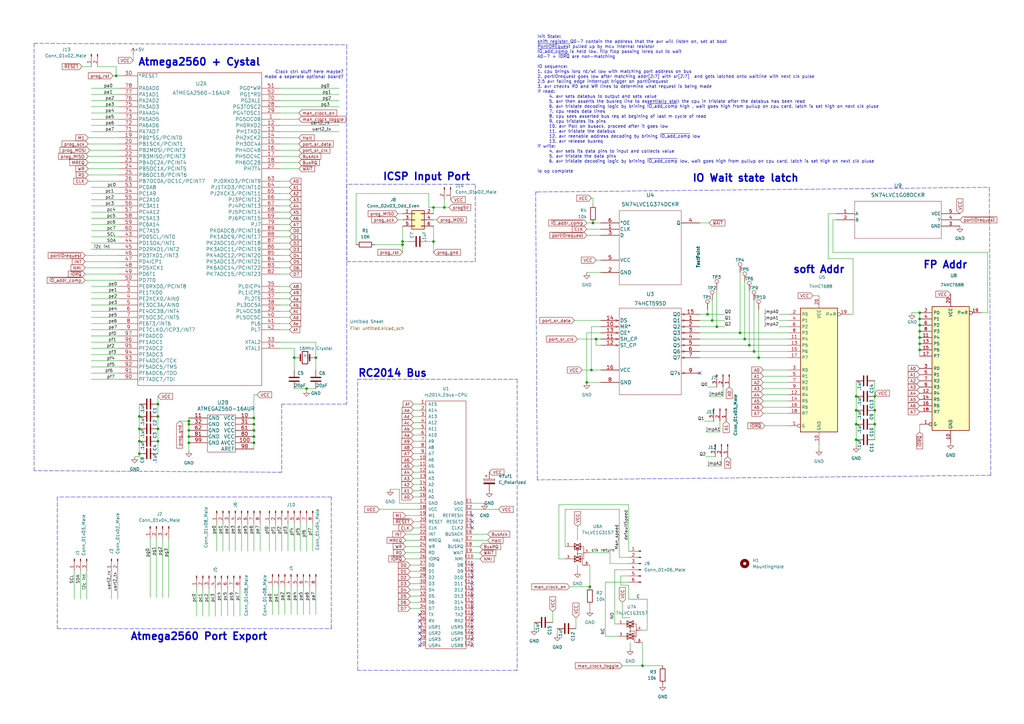
<source format=kicad_sch>
(kicad_sch (version 20211123) (generator eeschema)
  (paper "A3")
  (junction (at 377.19 130.81))
  (junction (at 351.155 180.34))
  (junction (at 177.8 99.06))
  (junction (at 242.57 151.765))
  (junction (at 377.19 138.43))
  (junction (at 305.435 139.065))
  (junction (at 377.19 128.27))
  (junction (at 47.625 31.115))
  (junction (at 165.1 99.06))
  (junction (at 303.53 136.525))
  (junction (at 241.935 240.665))
  (junction (at 290.195 128.905))
  (junction (at 77.47 172.72))
  (junction (at 77.47 176.53))
  (junction (at 177.8 85.09))
  (junction (at 77.47 173.99))
  (junction (at 351.155 173.99))
  (junction (at 57.15 170.815))
  (junction (at 377.19 140.97))
  (junction (at 64.77 175.895))
  (junction (at 64.77 165.735))
  (junction (at 104.14 181.61))
  (junction (at 294.005 133.985))
  (junction (at 243.205 91.44))
  (junction (at 120.65 146.685))
  (junction (at 104.14 179.07))
  (junction (at 64.77 170.815))
  (junction (at 57.15 186.055))
  (junction (at 351.155 168.275))
  (junction (at 64.77 180.975))
  (junction (at 77.47 179.07))
  (junction (at 165.1 100.33))
  (junction (at 77.47 181.61))
  (junction (at 263.525 273.05))
  (junction (at 129.54 146.685))
  (junction (at 358.775 168.275))
  (junction (at 358.775 173.99))
  (junction (at 351.155 162.56))
  (junction (at 377.19 133.35))
  (junction (at 57.15 175.895))
  (junction (at 240.665 156.845))
  (junction (at 104.14 171.45))
  (junction (at 104.14 173.99))
  (junction (at 244.475 139.065))
  (junction (at 307.34 141.605))
  (junction (at 292.1 131.445))
  (junction (at 377.19 143.51))
  (junction (at 57.15 180.975))
  (junction (at 125.73 159.385))
  (junction (at 104.14 176.53))
  (junction (at 182.245 85.09))
  (junction (at 377.19 135.89))
  (junction (at 311.15 146.685))
  (junction (at 358.775 162.56))
  (junction (at 309.245 144.145))
  (no_connect (at 193.675 247.015))
  (no_connect (at 193.675 239.395))
  (no_connect (at 193.675 241.935))
  (no_connect (at 172.085 257.175))
  (no_connect (at 172.085 262.255))
  (no_connect (at 193.675 264.795))
  (no_connect (at 193.675 259.715))
  (no_connect (at 193.675 257.175))
  (no_connect (at 193.675 252.095))
  (no_connect (at 172.085 254.635))
  (no_connect (at 193.675 249.555))
  (no_connect (at 193.675 216.535))
  (no_connect (at 193.675 254.635))
  (no_connect (at 193.675 231.775))
  (no_connect (at 193.675 213.995))
  (no_connect (at 172.085 259.715))
  (no_connect (at 193.675 234.315))
  (no_connect (at 287.02 153.035))
  (no_connect (at 193.675 236.855))
  (no_connect (at 193.675 262.255))
  (no_connect (at 193.675 244.475))
  (no_connect (at 193.675 211.455))
  (no_connect (at 172.085 252.095))
  (no_connect (at 172.085 264.795))
  (wire (pts (xy 106.68 226.06) (xy 106.68 214.63)))
  (wire (pts (xy 77.47 181.61) (xy 77.47 184.785)))
  (wire (pts (xy 118.745 109.855) (xy 114.935 109.855)))
  (wire (pts (xy 402.59 128.27) (xy 405.13 128.27)))
  (wire (pts (xy 64.77 180.975) (xy 64.77 186.055)))
  (wire (pts (xy 54.61 22.225) (xy 54.61 24.765)))
  (wire (pts (xy 36.195 56.515) (xy 48.895 56.515)))
  (wire (pts (xy 37.465 46.355) (xy 48.895 46.355)))
  (wire (pts (xy 37.465 150.495) (xy 48.895 150.495)))
  (wire (pts (xy 377.19 177.165) (xy 377.19 173.99)))
  (wire (pts (xy 255.27 253.365) (xy 258.445 253.365)))
  (wire (pts (xy 287.02 139.065) (xy 305.435 139.065)))
  (wire (pts (xy 64.77 175.895) (xy 64.77 180.975)))
  (wire (pts (xy 244.475 141.605) (xy 244.475 139.065)))
  (wire (pts (xy 114.3 252.095) (xy 114.3 240.665)))
  (wire (pts (xy 250.19 226.695) (xy 250.19 231.14)))
  (wire (pts (xy 257.81 226.06) (xy 257.81 207.01)))
  (wire (pts (xy 358.775 168.275) (xy 358.775 173.99)))
  (wire (pts (xy 169.545 196.215) (xy 172.085 196.215)))
  (wire (pts (xy 118.745 86.995) (xy 114.935 86.995)))
  (wire (pts (xy 351.155 168.275) (xy 351.155 173.99)))
  (wire (pts (xy 114.935 53.975) (xy 139.065 53.975)))
  (wire (pts (xy 313.055 151.765) (xy 323.215 151.765)))
  (wire (pts (xy 236.22 253.365) (xy 236.22 257.81)))
  (wire (pts (xy 36.195 74.295) (xy 48.895 74.295)))
  (wire (pts (xy 169.545 191.135) (xy 172.085 191.135)))
  (wire (pts (xy 37.465 94.615) (xy 48.895 94.615)))
  (wire (pts (xy 287.02 144.145) (xy 309.245 144.145)))
  (wire (pts (xy 313.055 167.005) (xy 323.215 167.005)))
  (wire (pts (xy 55.245 187.325) (xy 57.15 187.325)))
  (wire (pts (xy 30.48 245.745) (xy 30.48 234.315)))
  (wire (pts (xy 77.47 171.45) (xy 77.47 172.72)))
  (wire (pts (xy 37.465 48.895) (xy 48.895 48.895)))
  (wire (pts (xy 254.635 236.22) (xy 257.81 236.22)))
  (wire (pts (xy 257.81 207.01) (xy 229.235 207.01)))
  (wire (pts (xy 236.855 234.315) (xy 236.855 231.775)))
  (wire (pts (xy 226.695 250.825) (xy 226.695 255.27)))
  (wire (pts (xy 169.545 193.675) (xy 172.085 193.675)))
  (wire (pts (xy 46.355 31.115) (xy 47.625 31.115)))
  (polyline (pts (xy 115.57 165.735) (xy 115.57 193.675)))
  (wire (pts (xy 196.85 229.235) (xy 193.675 229.235)))
  (wire (pts (xy 125.73 226.06) (xy 125.73 214.63)))
  (wire (pts (xy 240.665 111.76) (xy 246.38 111.76)))
  (wire (pts (xy 69.215 245.11) (xy 69.215 220.98)))
  (wire (pts (xy 98.425 252.73) (xy 98.425 241.3)))
  (wire (pts (xy 122.555 59.055) (xy 114.935 59.055)))
  (wire (pts (xy 243.205 91.44) (xy 246.38 91.44)))
  (wire (pts (xy 37.465 125.095) (xy 48.895 125.095)))
  (wire (pts (xy 169.545 216.535) (xy 172.085 216.535)))
  (wire (pts (xy 85.725 252.73) (xy 85.725 241.3)))
  (wire (pts (xy 57.15 187.325) (xy 57.15 186.055)))
  (wire (pts (xy 37.465 142.875) (xy 48.895 142.875)))
  (wire (pts (xy 319.405 128.905) (xy 323.215 128.905)))
  (wire (pts (xy 295.91 187.325) (xy 295.91 191.135)))
  (wire (pts (xy 110.49 226.06) (xy 110.49 214.63)))
  (wire (pts (xy 287.02 91.44) (xy 290.83 91.44)))
  (wire (pts (xy 37.465 41.275) (xy 48.895 41.275)))
  (wire (pts (xy 101.6 226.06) (xy 101.6 214.63)))
  (wire (pts (xy 93.98 226.06) (xy 93.98 214.63)))
  (polyline (pts (xy 142.24 18.415) (xy 142.24 165.735)))
  (wire (pts (xy 120.65 159.385) (xy 125.73 159.385)))
  (wire (pts (xy 175.895 79.375) (xy 175.895 85.09)))
  (wire (pts (xy 289.56 187.325) (xy 293.37 187.325)))
  (wire (pts (xy 307.34 119.38) (xy 307.34 141.605)))
  (wire (pts (xy 168.275 236.855) (xy 172.085 236.855)))
  (wire (pts (xy 377.19 130.81) (xy 377.19 133.35)))
  (wire (pts (xy 163.195 87.63) (xy 165.1 87.63)))
  (wire (pts (xy 296.545 158.75) (xy 296.545 162.56)))
  (wire (pts (xy 313.055 159.385) (xy 323.215 159.385)))
  (wire (pts (xy 265.43 258.445) (xy 265.43 245.745)))
  (wire (pts (xy 114.935 36.195) (xy 139.065 36.195)))
  (wire (pts (xy 219.075 257.81) (xy 219.075 255.27)))
  (polyline (pts (xy 405.765 76.835) (xy 406.4 194.945)))
  (wire (pts (xy 104.14 226.06) (xy 104.14 214.63)))
  (wire (pts (xy 196.85 226.695) (xy 193.675 226.695)))
  (wire (pts (xy 163.195 90.17) (xy 165.1 90.17)))
  (wire (pts (xy 104.14 173.99) (xy 104.14 171.45)))
  (wire (pts (xy 290.195 128.905) (xy 297.18 128.905)))
  (wire (pts (xy 252.095 255.905) (xy 253.365 255.905)))
  (wire (pts (xy 37.465 36.195) (xy 48.895 36.195)))
  (wire (pts (xy 163.83 206.375) (xy 163.83 200.66)))
  (wire (pts (xy 90.805 252.73) (xy 90.805 241.3)))
  (wire (pts (xy 36.83 61.595) (xy 48.895 61.595)))
  (polyline (pts (xy 219.71 78.74) (xy 220.345 78.74)))
  (wire (pts (xy 37.465 43.815) (xy 48.895 43.815)))
  (wire (pts (xy 163.83 200.66) (xy 160.02 200.66)))
  (wire (pts (xy 47.625 31.115) (xy 48.895 31.115)))
  (wire (pts (xy 118.745 107.315) (xy 114.935 107.315)))
  (wire (pts (xy 169.545 203.835) (xy 172.085 203.835)))
  (wire (pts (xy 169.545 186.055) (xy 172.085 186.055)))
  (wire (pts (xy 250.19 231.14) (xy 257.81 231.14)))
  (wire (pts (xy 303.53 136.525) (xy 323.215 136.525)))
  (wire (pts (xy 118.745 112.395) (xy 114.935 112.395)))
  (wire (pts (xy 129.54 252.095) (xy 129.54 240.665)))
  (wire (pts (xy 146.05 79.375) (xy 175.895 79.375)))
  (wire (pts (xy 120.65 146.685) (xy 120.65 151.765)))
  (wire (pts (xy 351.155 180.34) (xy 351.155 182.88)))
  (wire (pts (xy 341.63 103.505) (xy 405.13 103.505)))
  (wire (pts (xy 319.405 131.445) (xy 323.215 131.445)))
  (wire (pts (xy 228.6 260.35) (xy 228.6 257.81)))
  (wire (pts (xy 77.47 173.99) (xy 77.47 176.53)))
  (wire (pts (xy 114.935 51.435) (xy 139.065 51.435)))
  (wire (pts (xy 313.055 154.305) (xy 323.215 154.305)))
  (wire (pts (xy 61.595 245.11) (xy 61.595 220.98)))
  (wire (pts (xy 37.465 120.015) (xy 48.895 120.015)))
  (wire (pts (xy 169.545 170.815) (xy 172.085 170.815)))
  (wire (pts (xy 125.73 159.385) (xy 129.54 159.385)))
  (wire (pts (xy 166.37 224.155) (xy 172.085 224.155)))
  (wire (pts (xy 114.935 41.275) (xy 139.065 41.275)))
  (wire (pts (xy 118.745 74.295) (xy 114.935 74.295)))
  (polyline (pts (xy 146.685 274.955) (xy 146.685 155.575)))
  (wire (pts (xy 182.245 81.915) (xy 182.245 85.09)))
  (wire (pts (xy 104.14 179.07) (xy 104.14 176.53)))
  (wire (pts (xy 166.37 229.235) (xy 172.085 229.235)))
  (wire (pts (xy 118.745 89.535) (xy 114.935 89.535)))
  (wire (pts (xy 244.475 106.68) (xy 246.38 106.68)))
  (wire (pts (xy 311.15 127) (xy 311.15 146.685)))
  (wire (pts (xy 265.43 245.745) (xy 257.81 245.745)))
  (wire (pts (xy 166.37 221.615) (xy 172.085 221.615)))
  (wire (pts (xy 34.925 104.775) (xy 48.895 104.775)))
  (wire (pts (xy 118.745 135.255) (xy 114.935 135.255)))
  (wire (pts (xy 341.63 90.17) (xy 342.9 90.17)))
  (wire (pts (xy 240.665 136.525) (xy 240.665 156.845)))
  (wire (pts (xy 287.02 131.445) (xy 292.1 131.445)))
  (wire (pts (xy 146.05 100.33) (xy 146.05 79.375)))
  (wire (pts (xy 37.465 147.955) (xy 48.895 147.955)))
  (wire (pts (xy 118.745 76.835) (xy 114.935 76.835)))
  (wire (pts (xy 48.26 234.315) (xy 48.26 245.745)))
  (wire (pts (xy 288.925 172.72) (xy 292.735 172.72)))
  (polyline (pts (xy 23.495 257.81) (xy 135.89 257.81)))
  (wire (pts (xy 37.465 92.075) (xy 48.895 92.075)))
  (wire (pts (xy 118.745 117.475) (xy 114.935 117.475)))
  (wire (pts (xy 177.8 85.09) (xy 182.245 85.09)))
  (wire (pts (xy 290.195 191.135) (xy 295.91 191.135)))
  (wire (pts (xy 80.645 252.73) (xy 80.645 241.3)))
  (wire (pts (xy 246.38 141.605) (xy 244.475 141.605)))
  (polyline (pts (xy 135.89 257.81) (xy 135.89 203.835)))
  (wire (pts (xy 122.555 64.135) (xy 114.935 64.135)))
  (wire (pts (xy 37.465 135.255) (xy 48.895 135.255)))
  (wire (pts (xy 335.915 184.15) (xy 335.915 182.245)))
  (wire (pts (xy 155.575 208.915) (xy 172.085 208.915)))
  (wire (pts (xy 121.92 252.095) (xy 121.92 240.665)))
  (wire (pts (xy 77.47 172.72) (xy 77.47 173.99)))
  (wire (pts (xy 348.615 128.905) (xy 349.885 128.905)))
  (wire (pts (xy 33.655 27.305) (xy 37.465 27.305)))
  (wire (pts (xy 36.195 59.055) (xy 48.895 59.055)))
  (wire (pts (xy 66.675 245.11) (xy 66.675 220.98)))
  (wire (pts (xy 177.8 99.06) (xy 177.8 92.71)))
  (wire (pts (xy 77.47 179.07) (xy 77.47 181.61)))
  (wire (pts (xy 254.635 240.03) (xy 254.635 236.22)))
  (wire (pts (xy 166.37 211.455) (xy 172.085 211.455)))
  (wire (pts (xy 37.465 153.035) (xy 48.895 153.035)))
  (wire (pts (xy 37.465 53.975) (xy 48.895 53.975)))
  (polyline (pts (xy 135.89 203.835) (xy 23.495 203.835)))
  (wire (pts (xy 358.775 156.21) (xy 358.775 162.56)))
  (wire (pts (xy 287.02 133.985) (xy 294.005 133.985)))
  (wire (pts (xy 242.57 133.985) (xy 242.57 151.765)))
  (wire (pts (xy 193.675 208.915) (xy 204.47 208.915)))
  (wire (pts (xy 118.745 97.155) (xy 114.935 97.155)))
  (wire (pts (xy 37.465 117.475) (xy 48.895 117.475)))
  (wire (pts (xy 229.235 229.235) (xy 231.775 229.235)))
  (wire (pts (xy 37.465 51.435) (xy 48.895 51.435)))
  (wire (pts (xy 40.005 27.305) (xy 47.625 27.305)))
  (wire (pts (xy 37.465 127.635) (xy 48.895 127.635)))
  (wire (pts (xy 129.54 146.685) (xy 129.54 151.765)))
  (wire (pts (xy 104.14 161.925) (xy 104.14 171.45)))
  (wire (pts (xy 313.055 156.845) (xy 323.215 156.845)))
  (wire (pts (xy 166.37 219.075) (xy 172.085 219.075)))
  (wire (pts (xy 196.85 224.155) (xy 193.675 224.155)))
  (wire (pts (xy 165.1 99.06) (xy 165.1 92.71)))
  (wire (pts (xy 200.025 219.075) (xy 193.675 219.075)))
  (wire (pts (xy 182.245 85.09) (xy 184.15 85.09)))
  (wire (pts (xy 73.66 172.72) (xy 77.47 172.72)))
  (wire (pts (xy 128.27 226.06) (xy 128.27 214.63)))
  (wire (pts (xy 377.19 133.35) (xy 377.19 135.89)))
  (wire (pts (xy 166.37 226.695) (xy 172.085 226.695)))
  (wire (pts (xy 243.205 83.82) (xy 243.205 81.28)))
  (wire (pts (xy 169.545 201.295) (xy 172.085 201.295)))
  (polyline (pts (xy 220.345 196.85) (xy 219.71 78.74)))
  (wire (pts (xy 122.555 46.355) (xy 114.935 46.355)))
  (wire (pts (xy 118.745 127.635) (xy 114.935 127.635)))
  (wire (pts (xy 37.465 132.715) (xy 48.895 132.715)))
  (wire (pts (xy 36.195 71.755) (xy 48.895 71.755)))
  (wire (pts (xy 120.65 142.875) (xy 120.65 146.685)))
  (wire (pts (xy 287.02 136.525) (xy 303.53 136.525)))
  (wire (pts (xy 303.53 111.76) (xy 303.53 136.525)))
  (wire (pts (xy 169.545 173.355) (xy 172.085 173.355)))
  (wire (pts (xy 255.27 247.015) (xy 255.27 253.365)))
  (wire (pts (xy 123.19 226.06) (xy 123.19 214.63)))
  (wire (pts (xy 240.665 96.52) (xy 246.38 96.52)))
  (wire (pts (xy 114.935 48.895) (xy 122.555 48.895)))
  (wire (pts (xy 358.775 173.99) (xy 358.775 180.34)))
  (wire (pts (xy 118.745 79.375) (xy 114.935 79.375)))
  (wire (pts (xy 319.405 133.985) (xy 323.215 133.985)))
  (polyline (pts (xy 146.685 155.575) (xy 156.21 155.575)))
  (wire (pts (xy 231.775 208.915) (xy 231.775 224.155)))
  (wire (pts (xy 287.02 128.905) (xy 290.195 128.905)))
  (wire (pts (xy 120.65 146.685) (xy 121.285 146.685)))
  (wire (pts (xy 83.185 252.73) (xy 83.185 241.3)))
  (wire (pts (xy 34.925 114.935) (xy 48.895 114.935)))
  (wire (pts (xy 240.665 93.98) (xy 246.38 93.98)))
  (wire (pts (xy 313.055 164.465) (xy 323.215 164.465)))
  (polyline (pts (xy 212.09 155.575) (xy 212.09 274.955)))
  (wire (pts (xy 165.1 99.06) (xy 165.1 100.33)))
  (wire (pts (xy 248.285 238.76) (xy 248.285 260.985)))
  (wire (pts (xy 165.1 100.33) (xy 165.1 103.505)))
  (wire (pts (xy 240.665 156.845) (xy 246.38 156.845)))
  (wire (pts (xy 118.745 92.075) (xy 114.935 92.075)))
  (wire (pts (xy 175.895 85.09) (xy 177.8 85.09)))
  (wire (pts (xy 114.935 140.335) (xy 129.54 140.335)))
  (wire (pts (xy 292.1 123.19) (xy 292.1 131.445)))
  (wire (pts (xy 114.935 38.735) (xy 139.065 38.735)))
  (wire (pts (xy 124.46 252.095) (xy 124.46 240.665)))
  (wire (pts (xy 45.72 234.315) (xy 45.72 245.745)))
  (wire (pts (xy 48.895 102.235) (xy 37.465 102.235)))
  (wire (pts (xy 34.925 109.855) (xy 48.895 109.855)))
  (wire (pts (xy 169.545 183.515) (xy 172.085 183.515)))
  (wire (pts (xy 235.585 131.445) (xy 246.38 131.445)))
  (wire (pts (xy 104.14 161.925) (xy 105.41 161.925)))
  (polyline (pts (xy 142.24 165.735) (xy 115.57 165.735)))
  (wire (pts (xy 118.745 84.455) (xy 114.935 84.455)))
  (wire (pts (xy 169.545 213.995) (xy 172.085 213.995)))
  (wire (pts (xy 120.65 142.875) (xy 114.935 142.875)))
  (wire (pts (xy 120.65 226.06) (xy 120.65 214.63)))
  (wire (pts (xy 119.38 252.095) (xy 119.38 240.665)))
  (wire (pts (xy 240.665 91.44) (xy 243.205 91.44)))
  (wire (pts (xy 271.78 273.05) (xy 263.525 273.05)))
  (wire (pts (xy 37.465 140.335) (xy 48.895 140.335)))
  (wire (pts (xy 104.14 176.53) (xy 104.14 173.99)))
  (wire (pts (xy 114.935 61.595) (xy 122.555 61.595)))
  (wire (pts (xy 255.27 273.05) (xy 263.525 273.05)))
  (wire (pts (xy 118.745 102.235) (xy 114.935 102.235)))
  (wire (pts (xy 118.745 132.715) (xy 114.935 132.715)))
  (wire (pts (xy 233.68 240.665) (xy 241.935 240.665)))
  (wire (pts (xy 169.545 188.595) (xy 172.085 188.595)))
  (wire (pts (xy 128.905 146.685) (xy 129.54 146.685)))
  (wire (pts (xy 309.245 123.19) (xy 309.245 144.145)))
  (wire (pts (xy 254 228.6) (xy 254 208.915)))
  (wire (pts (xy 111.76 252.095) (xy 111.76 240.665)))
  (wire (pts (xy 290.195 158.75) (xy 294.005 158.75)))
  (wire (pts (xy 263.525 258.445) (xy 265.43 258.445)))
  (wire (pts (xy 47.625 27.305) (xy 47.625 31.115)))
  (wire (pts (xy 37.465 97.155) (xy 48.895 97.155)))
  (polyline (pts (xy 220.345 78.74) (xy 405.765 76.835)))
  (wire (pts (xy 36.195 69.215) (xy 48.895 69.215)))
  (wire (pts (xy 257.81 245.745) (xy 257.81 240.03)))
  (wire (pts (xy 168.275 244.475) (xy 172.085 244.475)))
  (wire (pts (xy 377.19 135.89) (xy 377.19 138.43)))
  (wire (pts (xy 243.205 81.28) (xy 242.57 81.28)))
  (polyline (pts (xy 13.97 17.78) (xy 142.24 18.415)))
  (wire (pts (xy 236.855 215.9) (xy 236.855 221.615)))
  (polyline (pts (xy 156.21 155.575) (xy 212.09 155.575)))
  (wire (pts (xy 37.465 145.415) (xy 48.895 145.415)))
  (wire (pts (xy 99.06 226.06) (xy 99.06 214.63)))
  (wire (pts (xy 169.545 168.275) (xy 172.085 168.275)))
  (wire (pts (xy 122.555 56.515) (xy 114.935 56.515)))
  (wire (pts (xy 95.885 252.73) (xy 95.885 241.3)))
  (wire (pts (xy 168.275 241.935) (xy 172.085 241.935)))
  (wire (pts (xy 127 252.095) (xy 127 240.665)))
  (wire (pts (xy 292.1 131.445) (xy 297.18 131.445)))
  (wire (pts (xy 37.465 99.695) (xy 48.895 99.695)))
  (wire (pts (xy 115.57 226.06) (xy 115.57 214.63)))
  (wire (pts (xy 257.81 240.03) (xy 254.635 240.03)))
  (wire (pts (xy 263.525 263.525) (xy 263.525 273.05)))
  (wire (pts (xy 290.195 127) (xy 290.195 128.905)))
  (wire (pts (xy 118.745 99.695) (xy 114.935 99.695)))
  (wire (pts (xy 200.025 221.615) (xy 193.675 221.615)))
  (wire (pts (xy 168.275 231.775) (xy 172.085 231.775)))
  (wire (pts (xy 57.15 180.975) (xy 57.15 175.895)))
  (polyline (pts (xy 406.4 194.945) (xy 220.345 196.85)))
  (wire (pts (xy 309.245 144.145) (xy 323.215 144.145)))
  (wire (pts (xy 114.935 43.815) (xy 139.065 43.815)))
  (wire (pts (xy 37.465 122.555) (xy 48.895 122.555)))
  (wire (pts (xy 118.745 125.095) (xy 114.935 125.095)))
  (wire (pts (xy 172.085 206.375) (xy 163.83 206.375)))
  (wire (pts (xy 64.77 170.815) (xy 64.77 175.895)))
  (wire (pts (xy 258.445 266.065) (xy 258.445 263.525)))
  (wire (pts (xy 177.8 85.09) (xy 177.8 87.63)))
  (wire (pts (xy 118.11 226.06) (xy 118.11 214.63)))
  (wire (pts (xy 129.54 140.335) (xy 129.54 146.685)))
  (wire (pts (xy 118.745 130.175) (xy 114.935 130.175)))
  (wire (pts (xy 57.15 170.815) (xy 57.15 165.735)))
  (wire (pts (xy 349.885 106.045) (xy 349.885 128.905)))
  (wire (pts (xy 169.545 175.895) (xy 172.085 175.895)))
  (wire (pts (xy 333.375 121.285) (xy 335.915 121.285)))
  (wire (pts (xy 244.475 139.065) (xy 236.855 139.065)))
  (wire (pts (xy 37.465 130.175) (xy 48.895 130.175)))
  (polyline (pts (xy 212.09 274.955) (xy 146.685 274.955)))
  (wire (pts (xy 168.275 249.555) (xy 172.085 249.555)))
  (wire (pts (xy 374.015 128.27) (xy 377.19 128.27)))
  (wire (pts (xy 118.745 120.015) (xy 114.935 120.015)))
  (wire (pts (xy 37.465 155.575) (xy 48.895 155.575)))
  (wire (pts (xy 34.925 107.315) (xy 48.895 107.315)))
  (wire (pts (xy 169.545 178.435) (xy 172.085 178.435)))
  (wire (pts (xy 377.19 140.97) (xy 377.19 143.51)))
  (wire (pts (xy 313.055 169.545) (xy 323.215 169.545)))
  (wire (pts (xy 313.69 174.625) (xy 323.215 174.625)))
  (wire (pts (xy 175.26 99.06) (xy 177.8 99.06)))
  (wire (pts (xy 122.555 66.675) (xy 114.935 66.675)))
  (wire (pts (xy 248.285 238.76) (xy 257.81 238.76)))
  (wire (pts (xy 294.005 118.745) (xy 294.005 133.985)))
  (wire (pts (xy 125.73 159.385) (xy 125.73 160.02)))
  (wire (pts (xy 358.775 162.56) (xy 358.775 168.275)))
  (wire (pts (xy 289.56 177.165) (xy 295.275 177.165)))
  (wire (pts (xy 246.38 133.985) (xy 242.57 133.985)))
  (wire (pts (xy 64.135 245.11) (xy 64.135 220.98)))
  (wire (pts (xy 104.14 181.61) (xy 104.14 184.15)))
  (wire (pts (xy 252.095 233.68) (xy 257.81 233.68)))
  (wire (pts (xy 36.195 66.675) (xy 48.895 66.675)))
  (wire (pts (xy 241.935 231.775) (xy 241.935 240.665)))
  (wire (pts (xy 36.195 64.135) (xy 48.895 64.135)))
  (wire (pts (xy 377.19 138.43) (xy 377.19 140.97)))
  (wire (pts (xy 33.02 245.745) (xy 33.02 234.315)))
  (wire (pts (xy 351.155 173.99) (xy 351.155 180.34)))
  (wire (pts (xy 339.725 87.63) (xy 339.725 106.045)))
  (wire (pts (xy 37.465 81.915) (xy 48.895 81.915)))
  (wire (pts (xy 238.76 151.765) (xy 242.57 151.765)))
  (wire (pts (xy 165.1 99.06) (xy 167.64 99.06)))
  (wire (pts (xy 96.52 226.06) (xy 96.52 214.63)))
  (wire (pts (xy 116.84 252.095) (xy 116.84 240.665)))
  (wire (pts (xy 35.56 245.745) (xy 35.56 234.315)))
  (wire (pts (xy 57.15 186.055) (xy 57.15 180.975)))
  (wire (pts (xy 254 208.915) (xy 231.775 208.915)))
  (polyline (pts (xy 13.97 17.78) (xy 13.97 193.04)))
  (wire (pts (xy 341.63 90.17) (xy 341.63 103.505)))
  (polyline (pts (xy 142.24 75.565) (xy 142.24 107.315)))
  (wire (pts (xy 287.02 141.605) (xy 307.34 141.605)))
  (wire (pts (xy 118.745 81.915) (xy 114.935 81.915)))
  (wire (pts (xy 37.465 86.995) (xy 48.895 86.995)))
  (wire (pts (xy 295.275 172.72) (xy 295.275 177.165)))
  (wire (pts (xy 37.465 89.535) (xy 48.895 89.535)))
  (wire (pts (xy 122.555 69.215) (xy 114.935 69.215)))
  (polyline (pts (xy 142.24 107.315) (xy 194.945 107.315)))
  (wire (pts (xy 169.545 198.755) (xy 172.085 198.755)))
  (wire (pts (xy 305.435 115.57) (xy 305.435 139.065)))
  (wire (pts (xy 168.275 247.015) (xy 172.085 247.015)))
  (wire (pts (xy 118.745 104.775) (xy 114.935 104.775)))
  (wire (pts (xy 88.265 252.73) (xy 88.265 241.3)))
  (wire (pts (xy 294.005 133.985) (xy 297.18 133.985)))
  (polyline (pts (xy 115.57 193.675) (xy 13.97 193.04)))
  (wire (pts (xy 253.365 260.985) (xy 248.285 260.985)))
  (polyline (pts (xy 194.945 107.315) (xy 194.945 75.565)))
  (wire (pts (xy 153.67 100.33) (xy 165.1 100.33)))
  (wire (pts (xy 377.19 143.51) (xy 377.19 146.05)))
  (wire (pts (xy 168.275 234.315) (xy 172.085 234.315)))
  (wire (pts (xy 179.07 90.17) (xy 177.8 90.17)))
  (wire (pts (xy 34.925 112.395) (xy 48.895 112.395)))
  (wire (pts (xy 168.275 239.395) (xy 172.085 239.395)))
  (wire (pts (xy 246.38 136.525) (xy 240.665 136.525)))
  (wire (pts (xy 311.15 146.685) (xy 323.215 146.685)))
  (wire (pts (xy 93.345 252.73) (xy 93.345 241.3)))
  (wire (pts (xy 242.57 151.765) (xy 246.38 151.765)))
  (wire (pts (xy 37.465 76.835) (xy 48.895 76.835)))
  (wire (pts (xy 287.02 146.685) (xy 311.15 146.685)))
  (wire (pts (xy 351.155 156.21) (xy 351.155 162.56)))
  (wire (pts (xy 377.19 128.27) (xy 377.19 130.81)))
  (wire (pts (xy 252.095 233.68) (xy 252.095 255.905)))
  (wire (pts (xy 113.03 226.06) (xy 113.03 214.63)))
  (wire (pts (xy 37.465 79.375) (xy 48.895 79.375)))
  (wire (pts (xy 349.885 106.045) (xy 339.725 106.045)))
  (wire (pts (xy 57.15 175.895) (xy 57.15 170.815)))
  (wire (pts (xy 313.055 161.925) (xy 323.215 161.925)))
  (polyline (pts (xy 194.945 75.565) (xy 142.24 75.565)))
  (wire (pts (xy 244.475 139.065) (xy 246.38 139.065)))
  (wire (pts (xy 64.77 165.735) (xy 64.77 170.815)))
  (wire (pts (xy 37.465 38.735) (xy 48.895 38.735)))
  (wire (pts (xy 198.755 206.375) (xy 193.675 206.375)))
  (wire (pts (xy 169.545 180.975) (xy 172.085 180.975)))
  (wire (pts (xy 77.47 176.53) (xy 77.47 179.07)))
  (wire (pts (xy 339.725 87.63) (xy 342.9 87.63)))
  (wire (pts (xy 241.935 226.695) (xy 250.19 226.695)))
  (wire (pts (xy 351.155 162.56) (xy 351.155 168.275)))
  (wire (pts (xy 118.745 94.615) (xy 114.935 94.615)))
  (wire (pts (xy 257.81 228.6) (xy 254 228.6)))
  (wire (pts (xy 91.44 226.06) (xy 91.44 214.63)))
  (wire (pts (xy 177.8 103.505) (xy 177.8 99.06)))
  (wire (pts (xy 305.435 139.065) (xy 323.215 139.065)))
  (wire (pts (xy 104.14 181.61) (xy 104.14 179.07)))
  (wire (pts (xy 405.13 103.505) (xy 405.13 128.27)))
  (polyline (pts (xy 23.495 203.835) (xy 23.495 257.81)))
  (wire (pts (xy 241.935 250.19) (xy 241.935 248.285)))
  (wire (pts (xy 118.745 122.555) (xy 114.935 122.555)))
  (wire (pts (xy 290.83 162.56) (xy 296.545 162.56)))
  (wire (pts (xy 37.465 137.795) (xy 48.895 137.795)))
  (wire (pts (xy 64.77 162.56) (xy 64.77 165.735)))
  (polyline (pts (xy 135.89 257.81) (xy 135.89 257.175)))
  (wire (pts (xy 229.235 207.01) (xy 229.235 229.235)))
  (wire (pts (xy 169.545 165.735) (xy 172.085 165.735)))
  (wire (pts (xy 88.9 226.06) (xy 88.9 214.63)))
  (wire (pts (xy 307.34 141.605) (xy 323.215 141.605)))
  (wire (pts (xy 37.465 84.455) (xy 48.895 84.455)))
  (text "soft Addr" (at 325.12 112.395 0) (effects (font (size 3 3) (thickness 0.6) bold) (justify left bottom)))
  (text "Init State:\nshift register Q0-7 contain the address that the avr will listen on, set at boot\n~{PortIOREquest} pulled up by mcu internal resistor\n~{IO_add_comp} is held low, flip flop passing ioreq out to wait\nA0-7 + ~{IORQ} are non-matching \n\nIO sequence:\n1. cpu brings iorq rd/wt low with matching port address on bus\n2. portIOrequest goes low after matching addr[2:7] with sr[2:7]  and gets latched onto waitline with next clk pulse\n2.5 avr falling edge intterrupt trigger on portIOrequest\n3. avr checks RD and WR lines to determine what request is being made\nif read:\n	4. avr sets databus to output and sets value\n	5. avr then asserts the busreq line to essentially stall the cpu in tristate after the databus has been read\n	6. avr tristate decoding logic by brining ~{IO_add_comp} high , wait goes high from pullup on cpu card, latch is set high on next clk pluse\n	7. cpu reads data lines\n	8. cpu sees asserted bus req at begining of last m cycle of read\n	9. cpu tristates its pins\n	10. avr Poll on busack, proceed after it goes low\n	11. avr tristate the databus\n	12. avr reenable address decoding by brining ~{IO_add_comp} low\n	13. avr release busreq\nif write:\n	4. avr sets its data pins to input and collects value\n	5. avr tristate the data pins\n	6. avr tristate decoding logic by brining ~{IO_add_comp} low, wait goes high from pullup on cpu card, latch is set high on next clk pluse\n\nio op complete\n" (at 220.345 71.12 0) (effects (font (size 1.27 1.27)) (justify left bottom)))
  (text "Atmega2560 Port Export" (at 109.855 262.89 180) (effects (font (size 3 3) (thickness 0.6) bold) (justify right bottom)))
  (text "IO Wait state latch" (at 283.845 74.93 0) (effects (font (size 3 3) (thickness 0.6) bold) (justify left bottom)))
  (text "FP Addr" (at 378.46 110.49 0) (effects (font (size 3 3) (thickness 0.6) bold) (justify left bottom)))
  (text "Clock ctrl stuff here maybe?\nmabe a seperate optional board?" (at 140.97 32.385 0) (effects (font (size 1.27 1.27)) (justify right bottom)))
  (text "ICSP Input Port" (at 156.845 74.295 0) (effects (font (size 3 3) (thickness 0.6) bold) (justify left bottom)))
  (text "RC2014 Bus" (at 146.685 154.94 0) (effects (font (size 3 3) (thickness 0.6) bold) (justify left bottom)))
  (text "Atmega2560 + Cystal" (at 56.515 27.305 0) (effects (font (size 3 3) (thickness 0.6) bold) (justify left bottom)))
  (label "pf4" (at 43.815 147.955 0))
  (label "SDA" (at 33.02 239.395 90))
  (label "jmpA2" (at 319.405 133.985 180))
  (label "Man_speed" (at 254 225.425 90))
  (label "pa2" (at 43.18 41.275 0))
  (label "pa6" (at 127 246.38 90))
  (label "i2c int" (at 35.56 241.935 90))
  (label "pg0" (at 61.595 224.79 270))
  (label "pe2" (at 44.45 122.555 0))
  (label "pf2" (at 46.99 142.875 180))
  (label "pe4" (at 44.45 127.635 0))
  (label "pc2" (at 85.725 247.015 90))
  (label "pe1" (at 91.44 219.075 90))
  (label "pe0" (at 44.45 117.475 0))
  (label "pa2" (at 116.84 246.38 90))
  (label "uart2_tx" (at 48.26 242.57 90))
  (label "pc0" (at 80.645 247.015 90))
  (label "pg3" (at 69.215 224.79 270))
  (label "pe1" (at 44.45 120.015 0))
  (label "pf6" (at 46.355 153.035 180))
  (label "SDA" (at 43.815 99.695 0))
  (label "uart2_tx" (at 135.89 53.975 180))
  (label "pc0" (at 47.625 76.835 180))
  (label "pa5" (at 43.18 48.895 0))
  (label "Q0" (at 290.195 158.75 180))
  (label "pa7" (at 43.18 53.975 0))
  (label "jmpA0" (at 290.83 162.56 0))
  (label "pe3" (at 96.52 219.075 90))
  (label "pf2" (at 115.57 219.075 90))
  (label "pc5" (at 93.345 246.38 90))
  (label "jmpA1" (at 319.405 131.445 180))
  (label "pe7" (at 106.68 219.075 90))
  (label "pa1" (at 114.3 247.015 90))
  (label "pg3" (at 135.255 43.815 180))
  (label "pa4" (at 121.92 246.38 90))
  (label "pc3" (at 43.18 84.455 0))
  (label "defaultSpeed" (at 257.81 221.615 90))
  (label "pe5" (at 101.6 219.075 90))
  (label "pa0" (at 42.545 36.195 0))
  (label "pe5" (at 44.45 130.175 0))
  (label "pf3" (at 118.11 219.075 90))
  (label "pg2" (at 66.675 224.155 270))
  (label "uart2_rx" (at 135.255 51.435 180))
  (label "pc1" (at 83.185 247.015 90))
  (label "pe0" (at 88.9 219.075 90))
  (label "pf5" (at 123.19 219.71 90))
  (label "pg1" (at 64.135 224.155 270))
  (label "Q1" (at 288.925 172.72 180))
  (label "pa6" (at 43.18 51.435 0))
  (label "pe7" (at 44.45 135.255 0))
  (label "pa7" (at 129.54 246.38 90))
  (label "pe3" (at 44.45 125.095 0))
  (label "Q2" (at 289.56 187.325 180))
  (label "SCL" (at 43.815 97.155 0))
  (label "C" (at 260.985 245.745 0))
  (label "pa3" (at 43.18 43.815 0))
  (label "pa1" (at 42.545 38.735 0))
  (label "pe2" (at 93.98 219.075 90))
  (label "pf6" (at 125.73 217.17 270))
  (label "Q2" (at 297.18 133.985 0))
  (label "Q0" (at 297.18 128.905 0))
  (label "pc4" (at 90.805 246.38 90))
  (label "pg1" (at 135.89 38.735 180))
  (label "pf1" (at 113.03 219.075 90))
  (label "pf7" (at 128.27 219.71 90))
  (label "SCL" (at 30.48 239.395 90))
  (label "pa3" (at 119.38 246.38 90))
  (label "pa4" (at 43.18 46.355 0))
  (label "pc6" (at 95.885 246.38 90))
  (label "pc3" (at 88.265 247.015 90))
  (label "pf7" (at 43.815 155.575 0))
  (label "pf1" (at 44.45 140.335 0))
  (label "pc5" (at 43.815 89.535 0))
  (label "pe6" (at 44.45 132.715 0))
  (label "pc2" (at 43.18 81.915 0))
  (label "pg2" (at 135.89 41.275 180))
  (label "pe6" (at 104.14 219.075 90))
  (label "NC" (at 248.285 260.35 90))
  (label "jmpA0" (at 319.405 128.905 180))
  (label "pa5" (at 124.46 246.38 90))
  (label "pg0" (at 135.255 36.195 180))
  (label "pc7" (at 43.815 94.615 0))
  (label "pf3" (at 44.45 145.415 0))
  (label "pe4" (at 99.06 219.075 90))
  (label "jmpA1" (at 289.56 177.165 0))
  (label "pf0" (at 44.45 137.795 0))
  (label "NO" (at 252.095 254 90))
  (label "pf0" (at 110.49 219.075 90))
  (label "jmpA2" (at 290.195 191.135 0))
  (label "Q1" (at 297.18 131.445 0))
  (label "pf4" (at 120.65 219.71 90))
  (label "uart2_rx" (at 45.72 241.935 90))
  (label "clk return" (at 242.57 226.695 0))
  (label "pc4" (at 43.815 86.995 0))
  (label "pc6" (at 43.815 92.075 0))
  (label "pc7" (at 98.425 246.38 90))
  (label "pa0" (at 111.76 247.015 90))
  (label "i2c int" (at 45.085 102.235 180))
  (label "pf5" (at 43.815 150.495 0))
  (label "pc1" (at 43.18 79.375 0))
  (global_label "D6" (shape input) (at 168.275 247.015 180) (property "Intersheet References" "${INTERSHEET_REFS}" (effects hide)))
  (global_label "D6" (shape input) (at 118.745 109.855 0) (property "Intersheet References" "${INTERSHEET_REFS}" (effects hide)))
  (global_label "A7" (shape input) (at 118.745 92.075 0) (property "Intersheet References" "${INTERSHEET_REFS}" (effects hide)))
  (global_label "A7" (shape input) (at 377.19 168.91 180) (property "Intersheet References" "${INTERSHEET_REFS}" (effects hide)))
  (global_label "prog_gnd" (shape input) (at 73.66 172.72 270) (property "Intersheet References" "${INTERSHEET_REFS}" (effects hide)))
  (global_label "A0" (shape input) (at 118.745 74.295 0) (property "Intersheet References" "${INTERSHEET_REFS}" (effects hide)))
  (global_label "D2" (shape input) (at 118.745 99.695 0) (property "Intersheet References" "${INTERSHEET_REFS}" (effects hide)))
  (global_label "VCC" (shape input) (at 200.66 193.675 0) (property "Intersheet References" "${INTERSHEET_REFS}" (effects hide)))
  (global_label "Halt" (shape input) (at 122.555 56.515 0) (property "Intersheet References" "${INTERSHEET_REFS}" (effects hide)))
  (global_label "D4" (shape input) (at 118.745 104.775 0) (property "Intersheet References" "${INTERSHEET_REFS}" (effects hide)))
  (global_label "A1" (shape input) (at 169.545 201.295 180) (property "Intersheet References" "${INTERSHEET_REFS}" (effects hide)))
  (global_label "A6" (shape input) (at 377.19 166.37 180) (property "Intersheet References" "${INTERSHEET_REFS}" (effects hide)))
  (global_label "A1" (shape input) (at 297.815 172.72 270) (property "Intersheet References" "${INTERSHEET_REFS}" (effects hide)))
  (global_label "~{IORQ}" (shape input) (at 34.925 112.395 180) (property "Intersheet References" "${INTERSHEET_REFS}" (effects hide)))
  (global_label "A2" (shape input) (at 377.19 156.21 180) (property "Intersheet References" "${INTERSHEET_REFS}" (effects hide)))
  (global_label "prog_rst" (shape input) (at 46.355 31.115 180) (property "Intersheet References" "${INTERSHEET_REFS}" (effects hide)))
  (global_label "BusAck" (shape input) (at 200.025 219.075 0) (property "Intersheet References" "${INTERSHEET_REFS}" (effects hide)))
  (global_label "A0" (shape input) (at 169.545 203.835 180) (property "Intersheet References" "${INTERSHEET_REFS}" (effects hide)))
  (global_label "port_sr_clk" (shape input) (at 236.855 139.065 180) (property "Intersheet References" "${INTERSHEET_REFS}" (effects hide)))
  (global_label "A5" (shape input) (at 377.19 163.83 180) (property "Intersheet References" "${INTERSHEET_REFS}" (effects hide)))
  (global_label "CLK" (shape input) (at 36.195 74.295 180) (property "Intersheet References" "${INTERSHEET_REFS}" (effects hide)))
  (global_label "prog_MOSI" (shape input) (at 36.83 61.595 180) (property "Intersheet References" "${INTERSHEET_REFS}" (effects hide)))
  (global_label "A4" (shape input) (at 377.19 161.29 180) (property "Intersheet References" "${INTERSHEET_REFS}" (effects hide)))
  (global_label "BusRQ" (shape input) (at 122.555 66.675 0) (property "Intersheet References" "${INTERSHEET_REFS}" (effects hide)))
  (global_label "A5" (shape input) (at 118.745 86.995 0) (property "Intersheet References" "${INTERSHEET_REFS}" (effects hide)))
  (global_label "VCC" (shape input) (at 255.27 247.015 90) (property "Intersheet References" "${INTERSHEET_REFS}" (effects hide)))
  (global_label "VCC" (shape input) (at 105.41 161.925 0) (property "Intersheet References" "${INTERSHEET_REFS}" (effects hide)))
  (global_label "D1" (shape input) (at 118.745 97.155 0) (property "Intersheet References" "${INTERSHEET_REFS}" (effects hide)))
  (global_label "~{IO_addr_comp}" (shape input) (at 240.665 91.44 180) (property "Intersheet References" "${INTERSHEET_REFS}" (effects hide)))
  (global_label "prog_MISO" (shape input) (at 163.195 87.63 180) (property "Intersheet References" "${INTERSHEET_REFS}" (effects hide)))
  (global_label "A2" (shape input) (at 313.055 156.845 180) (property "Intersheet References" "${INTERSHEET_REFS}" (effects hide)))
  (global_label "prog_sck" (shape input) (at 36.195 59.055 180) (property "Intersheet References" "${INTERSHEET_REFS}" (effects hide)))
  (global_label "~{portIOrequest}" (shape input) (at 393.7 90.17 0) (property "Intersheet References" "${INTERSHEET_REFS}" (effects hide)))
  (global_label "A6" (shape input) (at 118.745 89.535 0) (property "Intersheet References" "${INTERSHEET_REFS}" (effects hide)))
  (global_label "VCC" (shape input) (at 389.89 120.65 180) (property "Intersheet References" "${INTERSHEET_REFS}" (effects hide)))
  (global_label "Ae" (shape input) (at 169.545 168.275 180) (property "Intersheet References" "${INTERSHEET_REFS}" (effects hide)))
  (global_label "VCC" (shape input) (at 333.375 121.285 180) (property "Intersheet References" "${INTERSHEET_REFS}" (effects hide)))
  (global_label "Ab" (shape input) (at 169.545 175.895 180) (property "Intersheet References" "${INTERSHEET_REFS}" (effects hide)))
  (global_label "D3" (shape input) (at 118.745 102.235 0) (property "Intersheet References" "${INTERSHEET_REFS}" (effects hide)))
  (global_label "~{RESET}" (shape input) (at 169.545 213.995 180) (property "Intersheet References" "${INTERSHEET_REFS}" (effects hide)))
  (global_label "D5" (shape input) (at 168.275 244.475 180) (property "Intersheet References" "${INTERSHEET_REFS}" (effects hide)))
  (global_label "D1" (shape input) (at 168.275 234.315 180) (property "Intersheet References" "${INTERSHEET_REFS}" (effects hide)))
  (global_label "WR" (shape input) (at 36.195 69.215 180) (property "Intersheet References" "${INTERSHEET_REFS}" (effects hide)))
  (global_label "A7" (shape input) (at 313.055 169.545 180) (property "Intersheet References" "${INTERSHEET_REFS}" (effects hide)))
  (global_label "A1" (shape input) (at 377.19 153.67 180) (property "Intersheet References" "${INTERSHEET_REFS}" (effects hide)))
  (global_label "VCC" (shape input) (at 226.695 250.825 90) (property "Intersheet References" "${INTERSHEET_REFS}" (effects hide)))
  (global_label "prog_rst" (shape input) (at 165.1 103.505 180) (property "Intersheet References" "${INTERSHEET_REFS}" (effects hide)))
  (global_label "A3" (shape input) (at 118.745 81.915 0) (property "Intersheet References" "${INTERSHEET_REFS}" (effects hide)))
  (global_label "A8" (shape input) (at 118.745 117.475 0) (property "Intersheet References" "${INTERSHEET_REFS}" (effects hide)))
  (global_label "man_clock_toggle" (shape input) (at 122.555 48.895 0) (property "Intersheet References" "${INTERSHEET_REFS}" (effects hide)))
  (global_label "VCC" (shape input) (at 155.575 208.915 180) (property "Intersheet References" "${INTERSHEET_REFS}" (effects hide)))
  (global_label "BusRQ" (shape input) (at 196.85 224.155 0) (property "Intersheet References" "${INTERSHEET_REFS}" (effects hide)))
  (global_label "VCC" (shape input) (at 64.77 162.56 0) (property "Intersheet References" "${INTERSHEET_REFS}" (effects hide)))
  (global_label "D7" (shape input) (at 118.745 112.395 0) (property "Intersheet References" "${INTERSHEET_REFS}" (effects hide)))
  (global_label "prog_MOSI" (shape input) (at 179.07 90.17 0) (property "Intersheet References" "${INTERSHEET_REFS}" (effects hide)))
  (global_label "VCC" (shape input) (at 204.47 208.915 0) (property "Intersheet References" "${INTERSHEET_REFS}" (effects hide)))
  (global_label "prog_MISO" (shape input) (at 36.195 64.135 180) (property "Intersheet References" "${INTERSHEET_REFS}" (effects hide)))
  (global_label "D7" (shape input) (at 168.275 249.555 180) (property "Intersheet References" "${INTERSHEET_REFS}" (effects hide)))
  (global_label "VCC" (shape input) (at 236.855 215.9 90) (property "Intersheet References" "${INTERSHEET_REFS}" (effects hide)))
  (global_label "Ae" (shape input) (at 118.745 132.715 0) (property "Intersheet References" "${INTERSHEET_REFS}" (effects hide)))
  (global_label "A4" (shape input) (at 313.055 161.925 180) (property "Intersheet References" "${INTERSHEET_REFS}" (effects hide)))
  (global_label "A2" (shape input) (at 118.745 79.375 0) (property "Intersheet References" "${INTERSHEET_REFS}" (effects hide)))
  (global_label "Af" (shape input) (at 169.545 165.735 180) (property "Intersheet References" "${INTERSHEET_REFS}" (effects hide)))
  (global_label "~{IORQ}" (shape input) (at 313.69 174.625 180) (property "Intersheet References" "${INTERSHEET_REFS}" (effects hide)))
  (global_label "man_clock_en" (shape input) (at 122.555 46.355 0) (property "Intersheet References" "${INTERSHEET_REFS}" (effects hide)))
  (global_label "M1" (shape input) (at 36.195 56.515 180) (property "Intersheet References" "${INTERSHEET_REFS}" (effects hide)))
  (global_label "Af" (shape input) (at 118.745 135.255 0) (property "Intersheet References" "${INTERSHEET_REFS}" (effects hide)))
  (global_label "~{WAIT}" (shape input) (at 196.85 226.695 0) (property "Intersheet References" "${INTERSHEET_REFS}" (effects hide)))
  (global_label "VCC" (shape input) (at 358.775 161.29 0) (property "Intersheet References" "${INTERSHEET_REFS}" (effects hide)))
  (global_label "Ad" (shape input) (at 169.545 170.815 180) (property "Intersheet References" "${INTERSHEET_REFS}" (effects hide)))
  (global_label "Aa" (shape input) (at 118.745 122.555 0) (property "Intersheet References" "${INTERSHEET_REFS}" (effects hide)))
  (global_label "D2" (shape input) (at 168.275 236.855 180) (property "Intersheet References" "${INTERSHEET_REFS}" (effects hide)))
  (global_label "~{WAIT}" (shape input) (at 290.83 91.44 0) (property "Intersheet References" "${INTERSHEET_REFS}" (effects hide)))
  (global_label "~{IORQ}" (shape input) (at 377.19 177.165 270) (property "Intersheet References" "${INTERSHEET_REFS}" (effects hide)))
  (global_label "VCC" (shape input) (at 184.785 81.915 0) (property "Intersheet References" "${INTERSHEET_REFS}" (effects hide)))
  (global_label "RD" (shape input) (at 36.195 71.755 180) (property "Intersheet References" "${INTERSHEET_REFS}" (effects hide)))
  (global_label "D4" (shape input) (at 168.275 241.935 180) (property "Intersheet References" "${INTERSHEET_REFS}" (effects hide)))
  (global_label "A0" (shape input) (at 377.19 151.13 180) (property "Intersheet References" "${INTERSHEET_REFS}" (effects hide)))
  (global_label "MREQ" (shape input) (at 166.37 221.615 180) (property "Intersheet References" "${INTERSHEET_REFS}" (effects hide)))
  (global_label "Ab" (shape input) (at 118.745 125.095 0) (property "Intersheet References" "${INTERSHEET_REFS}" (effects hide)))
  (global_label "port_sr_clk" (shape input) (at 122.555 61.595 0) (property "Intersheet References" "${INTERSHEET_REFS}" (effects hide)))
  (global_label "A9" (shape input) (at 118.745 120.015 0) (property "Intersheet References" "${INTERSHEET_REFS}" (effects hide)))
  (global_label "VCC" (shape input) (at 54.61 24.765 180) (property "Intersheet References" "${INTERSHEET_REFS}" (effects hide)))
  (global_label "CLK" (shape input) (at 240.665 93.98 180) (property "Intersheet References" "${INTERSHEET_REFS}" (effects hide)))
  (global_label "~{IORQ}" (shape input) (at 166.37 229.235 180) (property "Intersheet References" "${INTERSHEET_REFS}" (effects hide)))
  (global_label "A3" (shape input) (at 169.545 196.215 180) (property "Intersheet References" "${INTERSHEET_REFS}" (effects hide)))
  (global_label "prog5V" (shape input) (at 184.15 85.09 0) (property "Intersheet References" "${INTERSHEET_REFS}" (effects hide)))
  (global_label "VCC" (shape input) (at 242.57 81.28 180) (property "Intersheet References" "${INTERSHEET_REFS}" (effects hide)))
  (global_label "RD" (shape input) (at 166.37 226.695 180) (property "Intersheet References" "${INTERSHEET_REFS}" (effects hide)))
  (global_label "NMI" (shape input) (at 196.85 229.235 0) (property "Intersheet References" "${INTERSHEET_REFS}" (effects hide)))
  (global_label "A6" (shape input) (at 313.055 167.005 180) (property "Intersheet References" "${INTERSHEET_REFS}" (effects hide)))
  (global_label "Aa" (shape input) (at 169.545 178.435 180) (property "Intersheet References" "${INTERSHEET_REFS}" (effects hide)))
  (global_label "A1" (shape input) (at 313.055 154.305 180) (property "Intersheet References" "${INTERSHEET_REFS}" (effects hide)))
  (global_label "CLK" (shape input) (at 169.545 216.535 180) (property "Intersheet References" "${INTERSHEET_REFS}" (effects hide)))
  (global_label "MREQ" (shape input) (at 36.195 66.675 180) (property "Intersheet References" "${INTERSHEET_REFS}" (effects hide)))
  (global_label "VCC" (shape input) (at 244.475 106.68 180) (property "Intersheet References" "${INTERSHEET_REFS}" (effects hide)))
  (global_label "A0" (shape input) (at 299.085 158.75 270) (property "Intersheet References" "${INTERSHEET_REFS}" (effects hide)))
  (global_label "~{portIOrequest}" (shape input) (at 240.665 96.52 180) (property "Intersheet References" "${INTERSHEET_REFS}" (effects hide)))
  (global_label "man_clock_toggle" (shape input) (at 255.27 273.05 180) (property "Intersheet References" "${INTERSHEET_REFS}" (effects hide)))
  (global_label "D0" (shape input) (at 168.275 231.775 180) (property "Intersheet References" "${INTERSHEET_REFS}" (effects hide)))
  (global_label "Ac" (shape input) (at 169.545 173.355 180) (property "Intersheet References" "${INTERSHEET_REFS}" (effects hide)))
  (global_label "~{portIOrequest}" (shape input) (at 34.925 104.775 180) (property "Intersheet References" "${INTERSHEET_REFS}" (effects hide)))
  (global_label "A0" (shape input) (at 313.055 151.765 180) (property "Intersheet References" "${INTERSHEET_REFS}" (effects hide)))
  (global_label "D3" (shape input) (at 168.275 239.395 180) (property "Intersheet References" "${INTERSHEET_REFS}" (effects hide)))
  (global_label "A7" (shape input) (at 169.545 186.055 180) (property "Intersheet References" "${INTERSHEET_REFS}" (effects hide)))
  (global_label "prog_sck" (shape input) (at 163.195 90.17 180) (property "Intersheet References" "${INTERSHEET_REFS}" (effects hide)))
  (global_label "A8" (shape input) (at 169.545 183.515 180) (property "Intersheet References" "${INTERSHEET_REFS}" (effects hide)))
  (global_label "port_sr_data" (shape input) (at 122.555 59.055 0) (property "Intersheet References" "${INTERSHEET_REFS}" (effects hide)))
  (global_label "A4" (shape input) (at 169.545 193.675 180) (property "Intersheet References" "${INTERSHEET_REFS}" (effects hide)))
  (global_label "~{WAIT}" (shape input) (at 122.555 69.215 0) (property "Intersheet References" "${INTERSHEET_REFS}" (effects hide)))
  (global_label "BusAck" (shape input) (at 122.555 64.135 0) (property "Intersheet References" "${INTERSHEET_REFS}" (effects hide)))
  (global_label "INT" (shape input) (at 34.925 107.315 180) (property "Intersheet References" "${INTERSHEET_REFS}" (effects hide)))
  (global_label "Halt" (shape input) (at 200.025 221.615 0) (property "Intersheet References" "${INTERSHEET_REFS}" (effects hide)))
  (global_label "~{IO_addr_comp}" (shape input) (at 34.925 114.935 180) (property "Intersheet References" "${INTERSHEET_REFS}" (effects hide)))
  (global_label "D5" (shape input) (at 118.745 107.315 0) (property "Intersheet References" "${INTERSHEET_REFS}" (effects hide)))
  (global_label "D0" (shape input) (at 118.745 94.615 0) (property "Intersheet References" "${INTERSHEET_REFS}" (effects hide)))
  (global_label "NMI" (shape input) (at 34.925 109.855 180) (property "Intersheet References" "${INTERSHEET_REFS}" (effects hide)))
  (global_label "A2" (shape input) (at 169.545 198.755 180) (property "Intersheet References" "${INTERSHEET_REFS}" (effects hide)))
  (global_label "~{RESET}" (shape input) (at 33.655 27.305 180) (property "Intersheet References" "${INTERSHEET_REFS}" (effects hide)))
  (global_label "VCC" (shape input) (at 393.7 87.63 90) (property "Intersheet References" "${INTERSHEET_REFS}" (effects hide)))
  (global_label "A3" (shape input) (at 377.19 158.75 180) (property "Intersheet References" "${INTERSHEET_REFS}" (effects hide)))
  (global_label "INT" (shape input) (at 166.37 219.075 180) (property "Intersheet References" "${INTERSHEET_REFS}" (effects hide)))
  (global_label "A5" (shape input) (at 313.055 164.465 180) (property "Intersheet References" "${INTERSHEET_REFS}" (effects hide)))
  (global_label "A4" (shape input) (at 118.745 84.455 0) (property "Intersheet References" "${INTERSHEET_REFS}" (effects hide)))
  (global_label "Ac" (shape input) (at 118.745 127.635 0) (property "Intersheet References" "${INTERSHEET_REFS}" (effects hide)))
  (global_label "Ad" (shape input) (at 118.745 130.175 0) (property "Intersheet References" "${INTERSHEET_REFS}" (effects hide)))
  (global_label "port_sr_data" (shape input) (at 235.585 131.445 180) (property "Intersheet References" "${INTERSHEET_REFS}" (effects hide)))
  (global_label "A1" (shape input) (at 118.745 76.835 0) (property "Intersheet References" "${INTERSHEET_REFS}" (effects hide)))
  (global_label "prog_gnd" (shape input) (at 177.8 103.505 0) (property "Intersheet References" "${INTERSHEET_REFS}" (effects hide)))
  (global_label "A2" (shape input) (at 298.45 187.325 270) (property "Intersheet References" "${INTERSHEET_REFS}" (effects hide)))
  (global_label "A5" (shape input) (at 169.545 191.135 180) (property "Intersheet References" "${INTERSHEET_REFS}" (effects hide)))
  (global_label "A9" (shape input) (at 169.545 180.975 180) (property "Intersheet References" "${INTERSHEET_REFS}" (effects hide)))
  (global_label "A3" (shape input) (at 313.055 159.385 180) (property "Intersheet References" "${INTERSHEET_REFS}" (effects hide)))
  (global_label "VCC" (shape input) (at 238.76 151.765 180) (property "Intersheet References" "${INTERSHEET_REFS}" (effects hide)))
  (global_label "VCC" (shape input) (at 236.22 253.365 90) (property "Intersheet References" "${INTERSHEET_REFS}" (effects hide)))
  (global_label "WR" (shape input) (at 166.37 224.155 180) (property "Intersheet References" "${INTERSHEET_REFS}" (effects hide)))
  (global_label "man_clock_en" (shape input) (at 233.68 240.665 180) (property "Intersheet References" "${INTERSHEET_REFS}" (effects hide)))
  (global_label "M1" (shape input) (at 166.37 211.455 180) (property "Intersheet References" "${INTERSHEET_REFS}" (effects hide)))
  (global_label "A6" (shape input) (at 169.545 188.595 180) (property "Intersheet References" "${INTERSHEET_REFS}" (effects hide)))
  (symbol (lib_id "power:GND") (at 77.47 184.785 0) (unit 1)
    (property "Reference" "#PWR05" (effects hide))
    (property "Value" "GND" (at 77.47 189.865 0))
  )
  (symbol (lib_id "Connector:TestPoint") (at 311.15 127 0) (unit 1)
    (property "Reference" "TP10" (at 309.245 121.92 0) (effects (justify left)))
    (property "Value" "TestPoint" (at 286.385 109.855 90) (effects (justify left)))
    (property "Footprint" "TestPoint:TestPoint_Pad_D2.0mm" (effects hide))
  )
  (symbol (lib_name "ATMEGA2560-16AUR_1") (lib_id "rc2014_ebus-cpu:ATMEGA2560-16AUR") (at 77.47 172.72 0) (unit 2)
    (property "Reference" "U2" (at 91.44 165.1 0) (effects (font (size 1.524 1.524))))
    (property "Value" "ATMEGA2560-16AUR" (at 92.71 167.64 0) (effects (font (size 1.524 1.524))))
    (property "Footprint" "lib-rc-duino:ATMEGA2560-16AUR" (effects hide))
  )
  (symbol (lib_id "power:GND") (at 335.915 184.15 0) (mirror y) (unit 1)
    (property "Reference" "#PWR010" (effects hide))
    (property "Value" "GND" (at 335.915 189.23 0))
  )
  (symbol (lib_id "power:GND") (at 228.6 260.35 0) (mirror y) (unit 1)
    (property "Reference" "#PWR0101" (effects hide))
    (property "Value" "GND" (at 228.6 265.43 0))
  )
  (symbol (lib_id "Connector:TestPoint") (at 309.245 123.19 0) (unit 1)
    (property "Reference" "TP9" (at 307.34 118.11 0) (effects (justify left)))
    (property "Value" "TestPoint" (at 286.385 109.855 90) (effects (justify left)))
    (property "Footprint" "TestPoint:TestPoint_Pad_D2.0mm" (effects hide))
  )
  (symbol (lib_id "Connector:Conn_01x08_Male") (at 96.52 209.55 90) (mirror x) (unit 1)
    (property "Reference" "J6" (at 96.5199 208.28 0) (effects (justify right)))
    (property "Value" "Conn_01x08_Male" (at 84.455 224.79 0) (effects (justify right)))
    (property "Footprint" "lib-rc-duino:Boxed_PinHeader_2x04_P2.54mm_Vertical" (effects hide))
  )
  (symbol (lib_id "power:GND") (at 200.66 201.295 0) (unit 1)
    (property "Reference" "#PWR013" (effects hide))
    (property "Value" "GND" (at 200.66 206.375 0))
  )
  (symbol (lib_id "power:GND") (at 198.755 206.375 0) (unit 1)
    (property "Reference" "#PWR03" (effects hide))
    (property "Value" "GND" (at 198.755 211.455 0))
  )
  (symbol (lib_id "Device:C") (at 222.885 255.27 270) (unit 1)
    (property "Reference" "C15" (at 225.425 256.54 0) (effects (justify left)))
    (property "Value" ".1uf" (at 220.345 255.27 0) (effects (justify left)))
    (property "Footprint" "Capacitor_SMD:C_1206_3216Metric_Pad1.33x1.80mm_HandSolder" (effects hide))
  )
  (symbol (lib_id "rc2014_ebus-cpu:SN74LVC1G374DCKR") (at 246.38 91.44 0) (unit 1)
    (property "Reference" "U4" (at 266.7 80.01 0) (effects (font (size 1.524 1.524))))
    (property "Value" "SN74LVC1G374DCKR" (at 266.7 83.82 0) (effects (font (size 1.524 1.524))))
    (property "Footprint" "lib-rc-duino:SN74LVC1G374DCKR" (effects hide))
  )
  (symbol (lib_id "Connector:TestPoint") (at 305.435 115.57 0) (unit 1)
    (property "Reference" "TP5" (at 303.53 110.49 0) (effects (justify left)))
    (property "Value" "TestPoint" (at 286.385 109.855 90) (effects (justify left)))
    (property "Footprint" "TestPoint:TestPoint_Pad_D2.0mm" (effects hide))
  )
  (symbol (lib_id "Device:C") (at 354.965 162.56 270) (unit 1)
    (property "Reference" "C13" (at 357.505 163.83 0) (effects (justify left)))
    (property "Value" ".1uf" (at 352.425 162.56 0) (effects (justify left)))
    (property "Footprint" "Capacitor_SMD:C_1206_3216Metric_Pad1.33x1.80mm_HandSolder" (effects hide))
  )
  (symbol (lib_id "rc2014_ebus-cpu:rc2014_Ebus-CPU") (at 182.245 215.265 0) (unit 1)
    (property "Reference" "U1" (at 182.88 159.385 0))
    (property "Value" "rc2014_Ebus-CPU" (at 182.88 161.925 0))
    (property "Footprint" "lib-rc-duino:Header_busBackPlane" (effects hide))
  )
  (symbol (lib_id "Connector:TestPoint") (at 303.53 111.76 0) (unit 1)
    (property "Reference" "TP4" (at 301.625 106.68 0) (effects (justify left)))
    (property "Value" "TestPoint" (at 286.385 109.855 90) (effects (justify left)))
    (property "Footprint" "TestPoint:TestPoint_Pad_D2.0mm" (effects hide))
  )
  (symbol (lib_id "Mechanical:MountingHole") (at 305.435 231.14 0) (unit 1)
    (property "Reference" "H1" (at 308.61 229.8699 0) (effects (justify left)))
    (property "Value" "MountingHole" (at 308.61 232.4099 0) (effects (justify left)))
    (property "Footprint" "lib-rc-duino:avrc_2560" (effects hide))
  )
  (symbol (lib_id "power:GND") (at 240.665 111.76 0) (mirror y) (unit 1)
    (property "Reference" "#PWR07" (effects hide))
    (property "Value" "GND" (at 240.665 116.84 0))
  )
  (symbol (lib_id "power:GND") (at 125.73 160.02 0) (mirror y) (unit 1)
    (property "Reference" "#PWR06" (effects hide))
    (property "Value" "GND" (at 129.54 161.29 0))
  )
  (symbol (lib_id "power:GND") (at 374.015 128.27 0) (mirror y) (unit 1)
    (property "Reference" "#PWR0103" (effects hide))
    (property "Value" "GND" (at 372.11 132.08 0) (effects (justify right)))
  )
  (symbol (lib_id "power:GND") (at 55.245 187.325 0) (unit 1)
    (property "Reference" "#PWR04" (effects hide))
    (property "Value" "GND" (at 55.245 192.405 0))
  )
  (symbol (lib_id "Device:C") (at 129.54 155.575 0) (unit 1)
    (property "Reference" "C6" (at 130.81 153.035 0) (effects (justify left)))
    (property "Value" "20pF" (at 129.54 158.115 0) (effects (justify left)))
    (property "Footprint" "Capacitor_THT:C_Disc_D4.7mm_W2.5mm_P5.00mm" (effects hide))
  )
  (symbol (lib_id "power:+5V") (at 54.61 22.225 0) (unit 1)
    (property "Reference" "#PWR01" (effects hide))
    (property "Value" "+5V" (at 57.15 20.32 0))
  )
  (symbol (lib_id "Device:C") (at 354.965 156.21 270) (unit 1)
    (property "Reference" "C14" (at 357.505 157.48 0) (effects (justify left)))
    (property "Value" ".1uf" (at 352.425 156.21 0) (effects (justify left)))
    (property "Footprint" "Capacitor_SMD:C_1206_3216Metric_Pad1.33x1.80mm_HandSolder" (effects hide))
  )
  (symbol (lib_id "Connector:Conn_01x02_Male") (at 37.465 22.225 90) (mirror x) (unit 1)
    (property "Reference" "J13" (at 25.4 20.32 90) (effects (justify right)))
    (property "Value" "Conn_01x02_Male" (at 18.415 22.86 90) (effects (justify right)))
    (property "Footprint" "Connector_PinSocket_2.54mm:PinSocket_1x02_P2.54mm_Vertical" (effects hide))
  )
  (symbol (lib_id "Connector:Conn_01x03_Male") (at 295.275 167.64 270) (unit 1)
    (property "Reference" "J11" (at 291.465 168.91 90))
    (property "Value" "Conn_01x03_Male" (at 301.625 170.18 0))
    (property "Footprint" "Connector_PinHeader_2.54mm:PinHeader_1x03_P2.54mm_Vertical" (effects hide))
  )
  (symbol (lib_id "74xx:74HCT688") (at 335.915 151.765 0) (unit 1)
    (property "Reference" "U5" (at 337.185 113.665 0))
    (property "Value" "74HCT688" (at 336.55 117.475 0))
    (property "Footprint" "Package_SO:SOIC-20W_7.5x12.8mm_P1.27mm" (effects hide))
    (property "Datasheet" "https://www.ti.com/lit/ds/symlink/cd54hc688.pdf" (effects hide))
  )
  (symbol (lib_id "Connector:Conn_01x08_Male") (at 118.11 209.55 90) (mirror x) (unit 1)
    (property "Reference" "J10" (at 119.38 207.01 90))
    (property "Value" "Conn_01x04_Male" (at 130.175 217.17 0))
    (property "Footprint" "lib-rc-duino:Boxed_PinHeader_2x04_P2.54mm_Vertical" (effects hide))
  )
  (symbol (lib_id "Connector:TestPoint") (at 307.34 119.38 0) (unit 1)
    (property "Reference" "TP6" (at 305.435 114.3 0) (effects (justify left)))
    (property "Value" "TestPoint" (at 286.385 109.855 90) (effects (justify left)))
    (property "Footprint" "TestPoint:TestPoint_Pad_D2.0mm" (effects hide))
  )
  (symbol (lib_id "Connector:Conn_01x03_Male") (at 295.91 182.245 270) (unit 1)
    (property "Reference" "J12" (at 292.1 183.515 90))
    (property "Value" "Conn_01x03_Male" (at 301.625 170.18 0))
    (property "Footprint" "Connector_PinHeader_2.54mm:PinHeader_1x03_P2.54mm_Vertical" (effects hide))
  )
  (symbol (lib_id "Device:C") (at 60.96 170.815 270) (unit 1)
    (property "Reference" "C2" (at 63.5 172.085 0) (effects (justify left)))
    (property "Value" ".1uf" (at 58.42 170.815 0) (effects (justify left)))
    (property "Footprint" "Capacitor_SMD:C_1206_3216Metric_Pad1.33x1.80mm_HandSolder" (effects hide))
  )
  (symbol (lib_id "Device:C") (at 60.96 186.055 90) (mirror x) (unit 1)
    (property "Reference" "C8" (at 58.42 187.325 0) (effects (justify left)))
    (property "Value" ".1uf" (at 63.5 186.055 0) (effects (justify left)))
    (property "Footprint" "Capacitor_SMD:C_1206_3216Metric_Pad1.33x1.80mm_HandSolder" (effects hide))
  )
  (symbol (lib_id "Connector:Conn_01x03_Male") (at 296.545 153.67 270) (unit 1)
    (property "Reference" "J7" (at 292.735 154.94 90))
    (property "Value" "Conn_01x03_Male" (at 301.625 170.18 0))
    (property "Footprint" "Connector_PinHeader_2.54mm:PinHeader_1x03_P2.54mm_Vertical" (effects hide))
  )
  (symbol (lib_id "Device:C") (at 120.65 155.575 0) (unit 1)
    (property "Reference" "C5" (at 121.92 153.035 0) (effects (justify left)))
    (property "Value" "20pF" (at 120.65 158.115 0) (effects (justify left)))
    (property "Footprint" "Capacitor_THT:C_Disc_D4.7mm_W2.5mm_P5.00mm" (effects hide))
  )
  (symbol (lib_id "Connector:Conn_01x08_Male") (at 88.265 236.22 90) (mirror x) (unit 1)
    (property "Reference" "J5" (at 88.2649 234.95 0) (effects (justify right)))
    (property "Value" "Conn_01x08_Male" (at 100.965 252.73 0) (effects (justify right)))
    (property "Footprint" "lib-rc-duino:Boxed_PinHeader_2x04_P2.54mm_Vertical" (effects hide))
  )
  (symbol (lib_id "Device:C") (at 354.965 173.99 270) (unit 1)
    (property "Reference" "C10" (at 357.505 175.26 0) (effects (justify left)))
    (property "Value" ".1uf" (at 352.425 173.99 0) (effects (justify left)))
    (property "Footprint" "Capacitor_SMD:C_1206_3216Metric_Pad1.33x1.80mm_HandSolder" (effects hide))
  )
  (symbol (lib_id "Device:C") (at 232.41 257.81 270) (unit 1)
    (property "Reference" "C12" (at 234.95 259.08 0) (effects (justify left)))
    (property "Value" ".1uf" (at 229.87 257.81 0) (effects (justify left)))
    (property "Footprint" "Capacitor_SMD:C_1206_3216Metric_Pad1.33x1.80mm_HandSolder" (effects hide))
  )
  (symbol (lib_id "Device:C") (at 60.96 180.975 270) (unit 1)
    (property "Reference" "C4" (at 63.5 182.245 0) (effects (justify left)))
    (property "Value" ".1uf" (at 58.42 180.975 0) (effects (justify left)))
    (property "Footprint" "Capacitor_SMD:C_1206_3216Metric_Pad1.33x1.80mm_HandSolder" (effects hide))
  )
  (symbol (lib_id "Connector:Conn_01x08_Male") (at 119.38 235.585 90) (mirror x) (unit 1)
    (property "Reference" "J4" (at 119.3799 234.315 0) (effects (justify right)))
    (property "Value" "Conn_01x08_Male" (at 108.585 252.73 0) (effects (justify right)))
    (property "Footprint" "lib-rc-duino:Boxed_PinHeader_2x04_P2.54mm_Vertical" (effects hide))
  )
  (symbol (lib_id "Connector:Conn_01x03_Male") (at 33.02 229.235 90) (mirror x) (unit 1)
    (property "Reference" "J1" (at 31.7499 227.965 0) (effects (justify right)))
    (property "Value" "Conn_01x03_Male" (at 34.2899 227.965 0) (effects (justify right)))
    (property "Footprint" "Connector_PinHeader_2.54mm:PinHeader_1x03_P2.54mm_Vertical" (effects hide))
  )
  (symbol (lib_id "power:GND") (at 389.89 181.61 0) (mirror y) (unit 1)
    (property "Reference" "#PWR0102" (effects hide))
    (property "Value" "GND" (at 389.89 186.69 0))
  )
  (symbol (lib_id "rc2014_ebus-cpu:74HCT595D") (at 266.7 142.875 0) (unit 1)
    (property "Reference" "U3" (at 266.7 120.65 0) (effects (font (size 1.524 1.524))))
    (property "Value" "74HCT595D" (at 266.7 124.46 0) (effects (font (size 1.524 1.524))))
    (property "Footprint" "lib-rc-duino:74HCT595D" (effects hide))
  )
  (symbol (lib_id "Connector:Conn_01x02_Male") (at 184.785 76.835 270) (unit 1)
    (property "Reference" "J14" (at 186.69 76.1999 90) (effects (justify left)))
    (property "Value" "Conn_01x02_Male" (at 186.69 78.7399 90) (effects (justify left)))
    (property "Footprint" "Connector_PinSocket_2.54mm:PinSocket_1x02_P2.54mm_Vertical" (effects hide))
  )
  (symbol (lib_id "power:GND") (at 351.155 182.88 0) (unit 1)
    (property "Reference" "#PWR012" (effects hide))
    (property "Value" "GND" (at 351.155 187.96 0))
  )
  (symbol (lib_id "power:GND") (at 258.445 266.065 0) (mirror y) (unit 1)
    (property "Reference" "#PWR016" (effects hide))
    (property "Value" "GND" (at 258.445 271.145 0))
  )
  (symbol (lib_id "Device:R") (at 241.935 244.475 0) (unit 1)
    (property "Reference" "R2" (at 244.475 243.2049 0) (effects (justify left)))
    (property "Value" "10k" (at 244.475 245.7449 0) (effects (justify left)))
    (property "Footprint" "Resistor_SMD:R_1206_3216Metric_Pad1.30x1.75mm_HandSolder" (effects hide))
  )
  (symbol (lib_id "rc2014_ebus-cpu:SN74LVC1G08DCKR") (at 342.9 87.63 0) (unit 1)
    (property "Reference" "U9" (at 368.3 76.2 0) (effects (font (size 1.524 1.524))))
    (property "Value" "SN74LVC1G08DCKR" (at 368.3 80.01 0) (effects (font (size 1.524 1.524))))
    (property "Footprint" "lib-rc-duino:DCK5-L" (effects hide))
    (property "Datasheet" "SN74LVC1G08DCKR" (effects hide))
  )
  (symbol (lib_id "Connector:Conn_01x04_Male") (at 64.135 215.9 90) (mirror x) (unit 1)
    (property "Reference" "J2" (at 65.405 210.82 90))
    (property "Value" "Conn_01x04_Male" (at 65.405 213.36 90))
    (property "Footprint" "Connector_PinHeader_2.54mm:PinHeader_1x04_P2.54mm_Vertical" (effects hide))
  )
  (symbol (lib_id "74xGxx:74LVC1G3157") (at 258.445 258.445 0) (mirror y) (unit 1)
    (property "Reference" "U7" (at 259.08 248.92 0))
    (property "Value" "74LVC1G3157" (at 259.08 251.46 0))
    (property "Footprint" "lib-rc-duino:SN74LVC1G3157DBVR" (effects hide))
    (property "Datasheet" "http://www.ti.com/lit/sg/scyt129e/scyt129e.pdf" (effects hide))
  )
  (symbol (lib_id "Device:R") (at 243.205 87.63 0) (mirror y) (unit 1)
    (property "Reference" "R4" (at 240.665 86.3599 0) (effects (justify left)))
    (property "Value" "10k" (at 240.665 88.8999 0) (effects (justify left)))
    (property "Footprint" "Resistor_SMD:R_1206_3216Metric_Pad1.30x1.75mm_HandSolder" (effects hide))
  )
  (symbol (lib_id "Device:C_Polarized") (at 200.66 197.485 0) (unit 1)
    (property "Reference" "47uf1" (at 204.47 195.3259 0) (effects (justify left)))
    (property "Value" "C_Polarized" (at 204.47 197.8659 0) (effects (justify left)))
    (property "Footprint" "Capacitor_THT:CP_Radial_D5.0mm_P2.00mm" (effects hide))
  )
  (symbol (lib_id "Connector:TestPoint") (at 294.005 118.745 0) (unit 1)
    (property "Reference" "TP3" (at 292.1 113.665 0) (effects (justify left)))
    (property "Value" "TestPoint" (at 286.385 109.855 90) (effects (justify left)))
    (property "Footprint" "TestPoint:TestPoint_Pad_D2.0mm" (effects hide))
  )
  (symbol (lib_id "power:GND") (at 219.075 257.81 0) (mirror y) (unit 1)
    (property "Reference" "#PWR0104" (effects hide))
    (property "Value" "GND" (at 219.075 262.89 0))
  )
  (symbol (lib_id "rc2014_ebus-cpu:ATMEGA2560-16AUR") (at 48.895 31.115 0) (unit 1)
    (property "Reference" "U2" (at 82.55 34.29 0) (effects (font (size 1.524 1.524))))
    (property "Value" "ATMEGA2560-16AUR" (at 82.55 38.1 0) (effects (font (size 1.524 1.524))))
    (property "Footprint" "lib-rc-duino:ATMEGA2560-16AUR" (effects hide))
  )
  (symbol (lib_id "power:GND") (at 240.665 156.845 0) (mirror y) (unit 1)
    (property "Reference" "#PWR08" (effects hide))
    (property "Value" "GND" (at 240.665 161.925 0))
  )
  (symbol (lib_id "Device:C") (at 60.96 175.895 270) (unit 1)
    (property "Reference" "C3" (at 63.5 177.165 0) (effects (justify left)))
    (property "Value" ".1uf" (at 58.42 175.895 0) (effects (justify left)))
    (property "Footprint" "Capacitor_SMD:C_1206_3216Metric_Pad1.33x1.80mm_HandSolder" (effects hide))
  )
  (symbol (lib_id "Device:C") (at 60.96 165.735 270) (unit 1)
    (property "Reference" "C1" (at 63.5 167.005 0) (effects (justify left)))
    (property "Value" ".1uf" (at 58.42 165.735 0) (effects (justify left)))
    (property "Footprint" "Capacitor_SMD:C_1206_3216Metric_Pad1.33x1.80mm_HandSolder" (effects hide))
  )
  (symbol (lib_id "power:GND") (at 241.935 250.19 0) (mirror y) (unit 1)
    (property "Reference" "#PWR015" (effects hide))
    (property "Value" "GND" (at 241.935 255.27 0))
  )
  (symbol (lib_id "Connector_Generic:Conn_02x03_Odd_Even") (at 170.18 90.17 0) (unit 1)
    (property "Reference" "J8" (at 161.29 81.915 0))
    (property "Value" "Conn_02x03_Odd_Even" (at 161.29 84.455 0))
    (property "Footprint" "lib-rc-duino:Boxed_PinHeader_2x03_P2.54mm_Vertical" (effects hide))
  )
  (symbol (lib_id "power:GND") (at 160.02 200.66 0) (unit 1)
    (property "Reference" "#PWR02" (effects hide))
    (property "Value" "GND" (at 160.02 205.74 0))
  )
  (symbol (lib_id "Device:C") (at 171.45 99.06 90) (unit 1)
    (property "Reference" "C7" (at 168.91 97.79 0) (effects (justify left)))
    (property "Value" ".1uF" (at 173.99 99.06 0) (effects (justify left)))
    (property "Footprint" "Capacitor_SMD:C_1206_3216Metric_Pad1.33x1.80mm_HandSolder" (effects hide))
  )
  (symbol (lib_id "Connector:TestPoint") (at 290.195 127 0) (unit 1)
    (property "Reference" "TP1" (at 288.29 121.92 0) (effects (justify left)))
    (property "Value" "TestPoint" (at 286.385 109.855 90) (effects (justify left)))
    (property "Footprint" "TestPoint:TestPoint_Pad_D2.0mm" (effects hide))
  )
  (symbol (lib_id "Connector:Conn_01x06_Male") (at 262.89 231.14 0) (mirror y) (unit 1)
    (property "Reference" "J9" (at 264.16 231.1399 0) (effects (justify right)))
    (property "Value" "Conn_01x06_Male" (at 264.16 233.6799 0) (effects (justify right)))
    (property "Footprint" "Connector_PinHeader_2.54mm:PinHeader_1x06_P2.54mm_Vertical" (effects hide))
  )
  (symbol (lib_id "Connector:Conn_01x02_Male") (at 45.72 229.235 90) (mirror x) (unit 1)
    (property "Reference" "J3" (at 45.7199 227.33 0) (effects (justify right)))
    (property "Value" "Conn_01x02_Male" (at 48.2599 227.33 0) (effects (justify right)))
    (property "Footprint" "Connector_PinHeader_2.54mm:PinHeader_1x02_P2.54mm_Vertical" (effects hide))
  )
  (symbol (lib_id "Device:R") (at 271.78 276.86 0) (mirror y) (unit 1)
    (property "Reference" "R3" (at 269.24 275.5899 0) (effects (justify left)))
    (property "Value" "10k" (at 269.24 278.1299 0) (effects (justify left)))
    (property "Footprint" "Resistor_SMD:R_1206_3216Metric_Pad1.30x1.75mm_HandSolder" (effects hide))
  )
  (symbol (lib_id "Device:Crystal") (at 125.095 146.685 0) (unit 1)
    (property "Reference" "Y1" (at 125.73 146.05 0))
    (property "Value" "16Mhz Crystal" (at 129.54 142.875 0))
    (property "Footprint" "Crystal:Crystal_HC49-U_Vertical" (effects hide))
  )
  (symbol (lib_id "power:GND") (at 393.7 92.71 0) (mirror y) (unit 1)
    (property "Reference" "#PWR0106" (effects hide))
    (property "Value" "GND" (at 393.7 97.79 0))
  )
  (symbol (lib_id "Device:C") (at 354.965 180.34 270) (unit 1)
    (property "Reference" "C11" (at 357.505 181.61 0) (effects (justify left)))
    (property "Value" ".1uf" (at 352.425 180.34 0) (effects (justify left)))
    (property "Footprint" "Capacitor_SMD:C_1206_3216Metric_Pad1.33x1.80mm_HandSolder" (effects hide))
  )
  (symbol (lib_id "74xGxx:74LVC1G3157") (at 236.855 226.695 0) (mirror y) (unit 1)
    (property "Reference" "U6" (at 245.11 215.9 0))
    (property "Value" "74LVC1G3157" (at 245.11 218.44 0))
    (property "Footprint" "lib-rc-duino:SN74LVC1G3157DBVR" (effects hide))
    (property "Datasheet" "http://www.ti.com/lit/sg/scyt129e/scyt129e.pdf" (effects hide))
  )
  (symbol (lib_id "power:GND") (at 271.78 280.67 0) (mirror y) (unit 1)
    (property "Reference" "#PWR017" (effects hide))
    (property "Value" "GND" (at 271.78 285.75 0))
  )
  (symbol (lib_id "Device:R") (at 149.86 100.33 90) (unit 1)
    (property "Reference" "R1" (at 149.86 94.615 90))
    (property "Value" "10K" (at 149.86 97.155 90))
    (property "Footprint" "Resistor_SMD:R_1206_3216Metric_Pad1.30x1.75mm_HandSolder" (effects hide))
  )
  (symbol (lib_id "Connector:TestPoint") (at 292.1 123.19 0) (unit 1)
    (property "Reference" "TP2" (at 290.195 118.11 0) (effects (justify left)))
    (property "Value" "TestPoint" (at 286.385 109.855 90) (effects (justify left)))
    (property "Footprint" "TestPoint:TestPoint_Pad_D2.0mm" (effects hide))
  )
  (symbol (lib_id "Device:C") (at 354.965 168.275 270) (unit 1)
    (property "Reference" "C9" (at 357.505 169.545 0) (effects (justify left)))
    (property "Value" ".1uf" (at 352.425 168.275 0) (effects (justify left)))
    (property "Footprint" "Capacitor_SMD:C_1206_3216Metric_Pad1.33x1.80mm_HandSolder" (effects hide))
  )
  (symbol (lib_id "power:GND") (at 236.855 234.315 0) (mirror y) (unit 1)
    (property "Reference" "#PWR014" (effects hide))
    (property "Value" "GND" (at 236.855 239.395 0))
  )
  (symbol (lib_id "74xx:74HCT688") (at 389.89 151.13 0) (unit 1)
    (property "Reference" "U8" (at 391.16 113.03 0))
    (property "Value" "74HCT688" (at 390.525 116.84 0))
    (property "Footprint" "Package_SO:SOIC-20W_7.5x12.8mm_P1.27mm" (effects hide))
    (property "Datasheet" "https://www.ti.com/lit/ds/symlink/cd54hc688.pdf" (effects hide))
  )
  (sheet (at 143.51 133.35) (size 0 0) (stroke (width 0.1524))
    (property "Sheet name" "Untitled Sheet" (at 143.51 132.6384 0) (effects (justify left bottom)))
    (property "Sheet file" "untitled.kicad_sch" (at 143.51 133.9346 0) (effects (justify left top)))
  )
)
</source>
